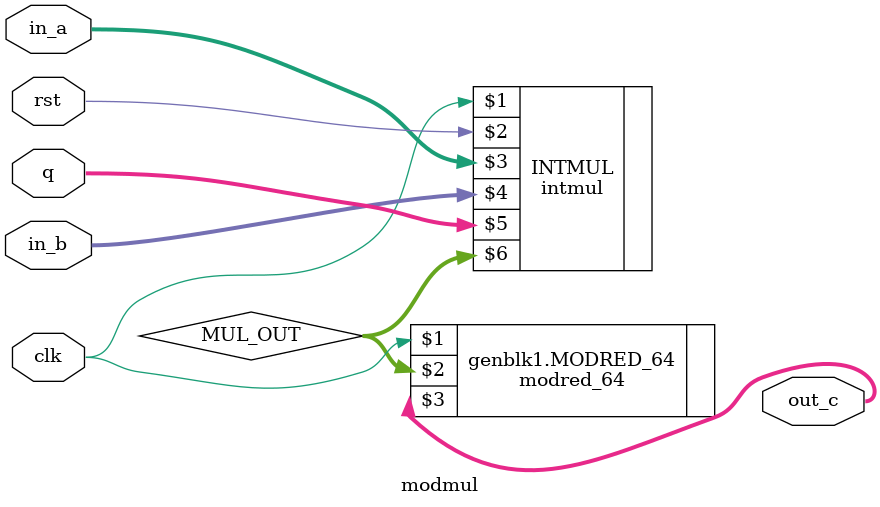
<source format=v>

`timescale 1ns / 1ps

module modmul 
#(
    parameter LOGQ       = 0,
    parameter LOGN       = 0,
    parameter IS_Q_FIXED = 0,
    parameter Q          = 0,
    parameter DELAY_ADD  = 0,
    parameter DELAY_SUB  = 0,
    parameter DELAY_MUL  = 0,
    parameter   DSP_W    = 0,
    parameter   DSP_H    = 0,
    parameter DELAY_RED  = 0,
    parameter   TYPE_RED = 0,
    parameter   W        = 0,
    parameter   L        = 0,
    parameter   MULLAT   = 0,
    parameter   ADDPIP   = 0,
    parameter DELAY_DIV2 = 0,
    parameter DELAY_BRAM = 0,
    parameter DELAY_BROM = 0,
    parameter DELAY_FIFO = 0,
    parameter BTF_GS     = 0
)(
    input                 clk,
    input                 rst,
    input  [LOGQ-1:0]     in_a,
    input  [LOGQ-1:0]     in_b,
    input  [LOGQ-1:0]     q,
    output [LOGQ-1:0]     out_c
);

wire [(LOGQ*2)-1:0] MUL_OUT;

intmul #(
    .LOGQ(LOGQ),
    .DELAY_MUL(DELAY_MUL)
) INTMUL (
    clk,
    rst,
    in_a,
    in_b,
    q,
    MUL_OUT
);

generate 
    if (TYPE_RED) begin 
        wlmont #(
            .LOGQ(LOGQ),
            .W(W),
            .L(L),
            .MULLAT(MULLAT),
            .ADDPIP(ADDPIP)
        ) WL_MT (
            clk,
            MUL_OUT,
            q,
            out_c
        );
    end
    else begin
        modred_64 MODRED_64 (
            clk,
            MUL_OUT,
            out_c
        );
    end
endgenerate

endmodule

</source>
